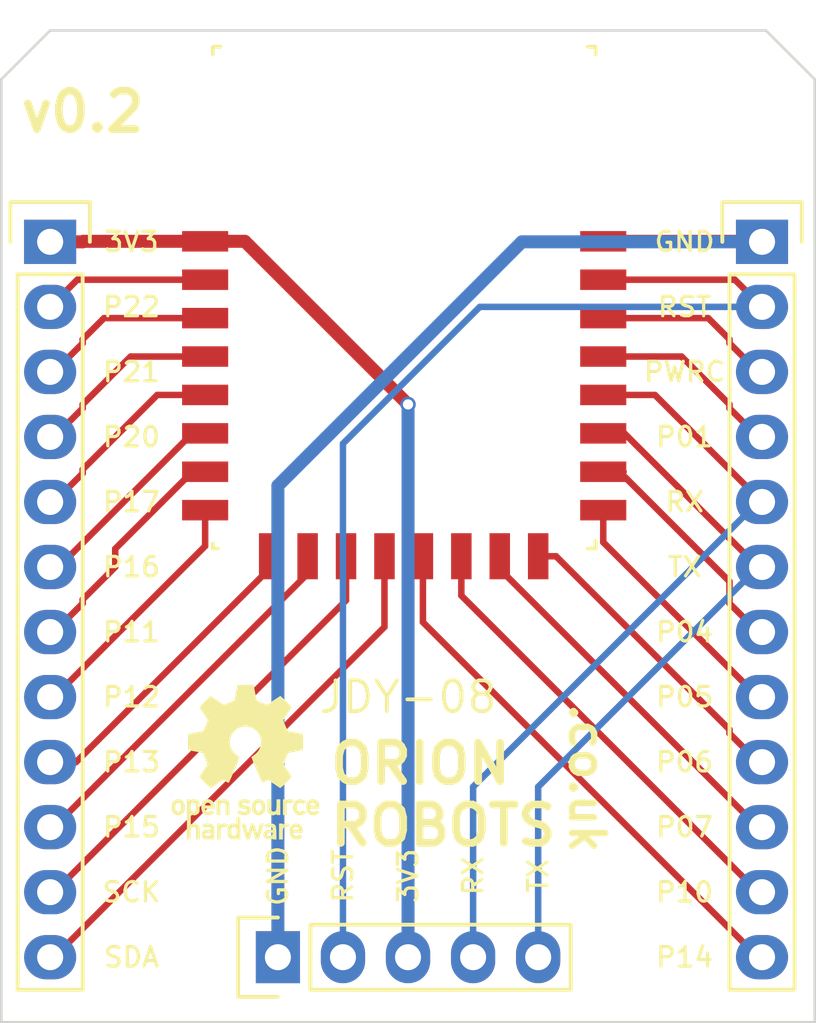
<source format=kicad_pcb>
(kicad_pcb (version 4) (host pcbnew 4.0.5)

  (general
    (links 29)
    (no_connects 0)
    (area 136.131 92.351 198.22162 138.289)
    (thickness 1.6)
    (drawings 38)
    (tracks 125)
    (zones 0)
    (modules 5)
    (nets 25)
  )

  (page A4)
  (title_block
    (title "JDY-08 Breakout")
    (date 2017-01-12)
    (rev v0.2)
    (company Orionrobots.co.uk)
  )

  (layers
    (0 F.Cu signal)
    (31 B.Cu signal)
    (32 B.Adhes user)
    (33 F.Adhes user)
    (34 B.Paste user)
    (35 F.Paste user)
    (36 B.SilkS user)
    (37 F.SilkS user)
    (38 B.Mask user)
    (39 F.Mask user)
    (40 Dwgs.User user)
    (41 Cmts.User user)
    (42 Eco1.User user)
    (43 Eco2.User user)
    (44 Edge.Cuts user)
    (45 Margin user)
    (46 B.CrtYd user)
    (47 F.CrtYd user)
    (48 B.Fab user)
    (49 F.Fab user)
  )

  (setup
    (last_trace_width 0.254)
    (user_trace_width 0.254)
    (user_trace_width 0.508)
    (trace_clearance 0.2)
    (zone_clearance 0.508)
    (zone_45_only no)
    (trace_min 0.2)
    (segment_width 0.2)
    (edge_width 0.1)
    (via_size 0.6)
    (via_drill 0.4)
    (via_min_size 0.5)
    (via_min_drill 0.3)
    (uvia_size 0.3)
    (uvia_drill 0.1)
    (uvias_allowed no)
    (uvia_min_size 0.2)
    (uvia_min_drill 0.1)
    (pcb_text_width 0.3)
    (pcb_text_size 1.5 1.5)
    (mod_edge_width 0.15)
    (mod_text_size 1 1)
    (mod_text_width 0.15)
    (pad_size 1.5 1.5)
    (pad_drill 0.6)
    (pad_to_mask_clearance 0)
    (aux_axis_origin 0 0)
    (visible_elements 7FFFFFFF)
    (pcbplotparams
      (layerselection 0x010f0_80000001)
      (usegerberextensions true)
      (excludeedgelayer true)
      (linewidth 0.100000)
      (plotframeref false)
      (viasonmask false)
      (mode 1)
      (useauxorigin false)
      (hpglpennumber 1)
      (hpglpenspeed 20)
      (hpglpendiameter 15)
      (hpglpenoverlay 2)
      (psnegative false)
      (psa4output false)
      (plotreference false)
      (plotvalue false)
      (plotinvisibletext false)
      (padsonsilk false)
      (subtractmaskfromsilk false)
      (outputformat 1)
      (mirror false)
      (drillshape 0)
      (scaleselection 1)
      (outputdirectory gerber/))
  )

  (net 0 "")
  (net 1 GND)
  (net 2 /RST)
  (net 3 +3V3)
  (net 4 /RX)
  (net 5 /TX)
  (net 6 /P22)
  (net 7 /P21)
  (net 8 /P20)
  (net 9 /P17)
  (net 10 /P16)
  (net 11 /P11)
  (net 12 /P12)
  (net 13 /P13)
  (net 14 /P15)
  (net 15 /SCK)
  (net 16 /SDA)
  (net 17 /P00)
  (net 18 /P01)
  (net 19 /P04)
  (net 20 /P05)
  (net 21 /P06)
  (net 22 /P07)
  (net 23 /P10)
  (net 24 /P14)

  (net_class Default "This is the default net class."
    (clearance 0.2)
    (trace_width 0.254)
    (via_dia 0.6)
    (via_drill 0.4)
    (uvia_dia 0.3)
    (uvia_drill 0.1)
    (add_net /P00)
    (add_net /P01)
    (add_net /P04)
    (add_net /P05)
    (add_net /P06)
    (add_net /P07)
    (add_net /P10)
    (add_net /P11)
    (add_net /P12)
    (add_net /P13)
    (add_net /P14)
    (add_net /P15)
    (add_net /P16)
    (add_net /P17)
    (add_net /P20)
    (add_net /P21)
    (add_net /P22)
    (add_net /RST)
    (add_net /RX)
    (add_net /SCK)
    (add_net /SDA)
    (add_net /TX)
  )

  (net_class PWR ""
    (clearance 0.254)
    (trace_width 0.508)
    (via_dia 0.6)
    (via_drill 0.4)
    (uvia_dia 0.3)
    (uvia_drill 0.1)
    (add_net +3V3)
    (add_net GND)
  )

  (module Socket_Strips:Socket_Strip_Straight_1x12 (layer F.Cu) (tedit 5877C93A) (tstamp 5877858D)
    (at 142.24 104.14 270)
    (descr "Through hole socket strip")
    (tags "socket strip")
    (path /58740701)
    (fp_text reference P2 (at 10.16 5.08 270) (layer F.SilkS) hide
      (effects (font (size 1 1) (thickness 0.15)))
    )
    (fp_text value CONN_01X12 (at 2.54 5.08 270) (layer F.Fab) hide
      (effects (font (size 1 1) (thickness 0.15)))
    )
    (fp_line (start -1.75 -1.75) (end -1.75 1.75) (layer F.CrtYd) (width 0.05))
    (fp_line (start 29.7 -1.75) (end 29.7 1.75) (layer F.CrtYd) (width 0.05))
    (fp_line (start -1.75 -1.75) (end 29.7 -1.75) (layer F.CrtYd) (width 0.05))
    (fp_line (start -1.75 1.75) (end 29.7 1.75) (layer F.CrtYd) (width 0.05))
    (fp_line (start 1.27 1.27) (end 29.21 1.27) (layer F.SilkS) (width 0.15))
    (fp_line (start 29.21 1.27) (end 29.21 -1.27) (layer F.SilkS) (width 0.15))
    (fp_line (start 29.21 -1.27) (end 1.27 -1.27) (layer F.SilkS) (width 0.15))
    (fp_line (start -1.55 1.55) (end 0 1.55) (layer F.SilkS) (width 0.15))
    (fp_line (start 1.27 1.27) (end 1.27 -1.27) (layer F.SilkS) (width 0.15))
    (fp_line (start 0 -1.55) (end -1.55 -1.55) (layer F.SilkS) (width 0.15))
    (fp_line (start -1.55 -1.55) (end -1.55 1.55) (layer F.SilkS) (width 0.15))
    (pad 1 thru_hole rect (at 0 0 270) (size 1.7272 2.032) (drill 1.016) (layers *.Cu *.Mask)
      (net 3 +3V3))
    (pad 2 thru_hole oval (at 2.54 0 270) (size 1.7272 2.032) (drill 1.016) (layers *.Cu *.Mask)
      (net 6 /P22))
    (pad 3 thru_hole oval (at 5.08 0 270) (size 1.7272 2.032) (drill 1.016) (layers *.Cu *.Mask)
      (net 7 /P21))
    (pad 4 thru_hole oval (at 7.62 0 270) (size 1.7272 2.032) (drill 1.016) (layers *.Cu *.Mask)
      (net 8 /P20))
    (pad 5 thru_hole oval (at 10.16 0 270) (size 1.7272 2.032) (drill 1.016) (layers *.Cu *.Mask)
      (net 9 /P17))
    (pad 6 thru_hole oval (at 12.7 0 270) (size 1.7272 2.032) (drill 1.016) (layers *.Cu *.Mask)
      (net 10 /P16))
    (pad 7 thru_hole oval (at 15.24 0 270) (size 1.7272 2.032) (drill 1.016) (layers *.Cu *.Mask)
      (net 11 /P11))
    (pad 8 thru_hole oval (at 17.78 0 270) (size 1.7272 2.032) (drill 1.016) (layers *.Cu *.Mask)
      (net 12 /P12))
    (pad 9 thru_hole oval (at 20.32 0 270) (size 1.7272 2.032) (drill 1.016) (layers *.Cu *.Mask)
      (net 13 /P13))
    (pad 10 thru_hole oval (at 22.86 0 270) (size 1.7272 2.032) (drill 1.016) (layers *.Cu *.Mask)
      (net 14 /P15))
    (pad 11 thru_hole oval (at 25.4 0 270) (size 1.7272 2.032) (drill 1.016) (layers *.Cu *.Mask)
      (net 15 /SCK))
    (pad 12 thru_hole oval (at 27.94 0 270) (size 1.7272 2.032) (drill 1.016) (layers *.Cu *.Mask)
      (net 16 /SDA))
    (model Socket_Strips.3dshapes/Socket_Strip_Straight_1x12.wrl
      (at (xyz 0.55 0 0))
      (scale (xyz 1 1 1))
      (rotate (xyz 0 0 180))
    )
  )

  (module custom_modules:JDY-08 (layer F.Cu) (tedit 5877D8ED) (tstamp 587785C7)
    (at 148.59 96.52)
    (path /58740677)
    (fp_text reference U1 (at 1 -3) (layer F.SilkS) hide
      (effects (font (size 1.2 1.2) (thickness 0.15)))
    )
    (fp_text value JDY-08 (at 7.62 25.4) (layer F.SilkS)
      (effects (font (size 1.2 1.2) (thickness 0.15)))
    )
    (fp_line (start 16.75 15.8) (end 16.75 23.35) (layer F.CrtYd) (width 0.15))
    (fp_line (start -1.75 15.75) (end -1.75 23.35) (layer F.CrtYd) (width 0.15))
    (fp_line (start 14.94 19.3) (end 14.94 19.6) (layer F.SilkS) (width 0.15))
    (fp_line (start 14.94 19.6) (end 14.64 19.6) (layer F.SilkS) (width 0.15))
    (fp_line (start 14.94 0) (end 14.64 0) (layer F.SilkS) (width 0.15))
    (fp_line (start 14.94 0) (end 14.94 0.3) (layer F.SilkS) (width 0.15))
    (fp_line (start 0 19.6) (end 0 19.4) (layer F.SilkS) (width 0.15))
    (fp_line (start 0 19.6) (end 0.2 19.6) (layer F.SilkS) (width 0.15))
    (fp_line (start 0.3 0) (end 0 0) (layer F.SilkS) (width 0.15))
    (fp_line (start 0 0) (end 0 0.3) (layer F.SilkS) (width 0.15))
    (fp_line (start -1.75 -1.75) (end 16.75 -1.75) (layer F.CrtYd) (width 0.15))
    (fp_line (start 16.75 -1.75) (end 16.75 15.75) (layer F.CrtYd) (width 0.15))
    (fp_line (start 16.75 23.37) (end -1.75 23.37) (layer F.CrtYd) (width 0.15))
    (fp_line (start -1.75 15.75) (end -1.75 -1.75) (layer F.CrtYd) (width 0.15))
    (pad 1 smd rect (at -0.3 7.6 90) (size 0.8 1.8) (layers F.Cu F.Paste F.Mask)
      (net 3 +3V3))
    (pad 2 smd rect (at -0.3 9.1 90) (size 0.8 1.8) (layers F.Cu F.Paste F.Mask)
      (net 6 /P22))
    (pad 3 smd rect (at -0.3 10.6 90) (size 0.8 1.8) (layers F.Cu F.Paste F.Mask)
      (net 7 /P21))
    (pad 4 smd rect (at -0.3 12.1 90) (size 0.8 1.8) (layers F.Cu F.Paste F.Mask)
      (net 8 /P20))
    (pad 5 smd rect (at -0.3 13.6 90) (size 0.8 1.8) (layers F.Cu F.Paste F.Mask)
      (net 9 /P17))
    (pad 6 smd rect (at -0.3 15.1 90) (size 0.8 1.8) (layers F.Cu F.Paste F.Mask)
      (net 10 /P16))
    (pad 7 smd rect (at -0.3 16.6 90) (size 0.8 1.8) (layers F.Cu F.Paste F.Mask)
      (net 11 /P11))
    (pad 8 smd rect (at -0.3 18.1 90) (size 0.8 1.8) (layers F.Cu F.Paste F.Mask)
      (net 12 /P12))
    (pad 9 smd rect (at 2.2 19.9) (size 0.8 1.8) (layers F.Cu F.Paste F.Mask)
      (net 13 /P13))
    (pad 10 smd rect (at 3.7 19.9) (size 0.8 1.8) (layers F.Cu F.Paste F.Mask)
      (net 14 /P15))
    (pad 11 smd rect (at 5.2 19.9) (size 0.8 1.8) (layers F.Cu F.Paste F.Mask)
      (net 15 /SCK))
    (pad 12 smd rect (at 6.7 19.9) (size 0.8 1.8) (layers F.Cu F.Paste F.Mask)
      (net 16 /SDA))
    (pad 13 smd rect (at 8.2 19.9) (size 0.8 1.8) (layers F.Cu F.Paste F.Mask)
      (net 24 /P14))
    (pad 14 smd rect (at 9.7 19.9) (size 0.8 1.8) (layers F.Cu F.Paste F.Mask)
      (net 23 /P10))
    (pad 15 smd rect (at 11.2 19.9) (size 0.8 1.8) (layers F.Cu F.Paste F.Mask)
      (net 22 /P07))
    (pad 16 smd rect (at 12.7 19.9) (size 0.8 1.8) (layers F.Cu F.Paste F.Mask)
      (net 21 /P06))
    (pad 17 smd rect (at 15.24 18.1 90) (size 0.8 1.8) (layers F.Cu F.Paste F.Mask)
      (net 20 /P05))
    (pad 18 smd rect (at 15.24 16.6 90) (size 0.8 1.8) (layers F.Cu F.Paste F.Mask)
      (net 19 /P04))
    (pad 19 smd rect (at 15.24 15.1 90) (size 0.8 1.8) (layers F.Cu F.Paste F.Mask)
      (net 5 /TX))
    (pad 20 smd rect (at 15.24 13.6 90) (size 0.8 1.8) (layers F.Cu F.Paste F.Mask)
      (net 4 /RX))
    (pad 21 smd rect (at 15.24 12.1 90) (size 0.8 1.8) (layers F.Cu F.Paste F.Mask)
      (net 18 /P01))
    (pad 22 smd rect (at 15.24 10.6 90) (size 0.8 1.8) (layers F.Cu F.Paste F.Mask)
      (net 17 /P00))
    (pad 23 smd rect (at 15.24 9.1 90) (size 0.8 1.8) (layers F.Cu F.Paste F.Mask)
      (net 2 /RST))
    (pad 24 smd rect (at 15.24 7.6 90) (size 0.8 1.8) (layers F.Cu F.Paste F.Mask)
      (net 1 GND))
  )

  (module Socket_Strips:Socket_Strip_Straight_1x05 (layer F.Cu) (tedit 5877C943) (tstamp 5877857D)
    (at 151.13 132.08)
    (descr "Through hole socket strip")
    (tags "socket strip")
    (path /587406CA)
    (fp_text reference P1 (at 1.27 5.08) (layer F.SilkS) hide
      (effects (font (size 1 1) (thickness 0.15)))
    )
    (fp_text value CONN_01X05 (at 8.89 5.08) (layer F.Fab) hide
      (effects (font (size 1 1) (thickness 0.15)))
    )
    (fp_line (start -1.75 -1.75) (end -1.75 1.75) (layer F.CrtYd) (width 0.05))
    (fp_line (start 11.95 -1.75) (end 11.95 1.75) (layer F.CrtYd) (width 0.05))
    (fp_line (start -1.75 -1.75) (end 11.95 -1.75) (layer F.CrtYd) (width 0.05))
    (fp_line (start -1.75 1.75) (end 11.95 1.75) (layer F.CrtYd) (width 0.05))
    (fp_line (start 1.27 1.27) (end 11.43 1.27) (layer F.SilkS) (width 0.15))
    (fp_line (start 11.43 1.27) (end 11.43 -1.27) (layer F.SilkS) (width 0.15))
    (fp_line (start 11.43 -1.27) (end 1.27 -1.27) (layer F.SilkS) (width 0.15))
    (fp_line (start -1.55 1.55) (end 0 1.55) (layer F.SilkS) (width 0.15))
    (fp_line (start 1.27 1.27) (end 1.27 -1.27) (layer F.SilkS) (width 0.15))
    (fp_line (start 0 -1.55) (end -1.55 -1.55) (layer F.SilkS) (width 0.15))
    (fp_line (start -1.55 -1.55) (end -1.55 1.55) (layer F.SilkS) (width 0.15))
    (pad 1 thru_hole rect (at 0 0) (size 1.7272 2.032) (drill 1.016) (layers *.Cu *.Mask)
      (net 1 GND))
    (pad 2 thru_hole oval (at 2.54 0) (size 1.7272 2.032) (drill 1.016) (layers *.Cu *.Mask)
      (net 2 /RST))
    (pad 3 thru_hole oval (at 5.08 0) (size 1.7272 2.032) (drill 1.016) (layers *.Cu *.Mask)
      (net 3 +3V3))
    (pad 4 thru_hole oval (at 7.62 0) (size 1.7272 2.032) (drill 1.016) (layers *.Cu *.Mask)
      (net 4 /RX))
    (pad 5 thru_hole oval (at 10.16 0) (size 1.7272 2.032) (drill 1.016) (layers *.Cu *.Mask)
      (net 5 /TX))
    (model Socket_Strips.3dshapes/Socket_Strip_Straight_1x05.wrl
      (at (xyz 0.2 0 0))
      (scale (xyz 1 1 1))
      (rotate (xyz 0 0 180))
    )
  )

  (module Socket_Strips:Socket_Strip_Straight_1x12 (layer F.Cu) (tedit 5877C94F) (tstamp 5877859D)
    (at 170.0276 104.14 270)
    (descr "Through hole socket strip")
    (tags "socket strip")
    (path /58740747)
    (fp_text reference P3 (at 10.16 -5.08 270) (layer F.SilkS) hide
      (effects (font (size 1 1) (thickness 0.15)))
    )
    (fp_text value CONN_01X12 (at 2.54 -5.08 270) (layer F.Fab) hide
      (effects (font (size 1 1) (thickness 0.15)))
    )
    (fp_line (start -1.75 -1.75) (end -1.75 1.75) (layer F.CrtYd) (width 0.05))
    (fp_line (start 29.7 -1.75) (end 29.7 1.75) (layer F.CrtYd) (width 0.05))
    (fp_line (start -1.75 -1.75) (end 29.7 -1.75) (layer F.CrtYd) (width 0.05))
    (fp_line (start -1.75 1.75) (end 29.7 1.75) (layer F.CrtYd) (width 0.05))
    (fp_line (start 1.27 1.27) (end 29.21 1.27) (layer F.SilkS) (width 0.15))
    (fp_line (start 29.21 1.27) (end 29.21 -1.27) (layer F.SilkS) (width 0.15))
    (fp_line (start 29.21 -1.27) (end 1.27 -1.27) (layer F.SilkS) (width 0.15))
    (fp_line (start -1.55 1.55) (end 0 1.55) (layer F.SilkS) (width 0.15))
    (fp_line (start 1.27 1.27) (end 1.27 -1.27) (layer F.SilkS) (width 0.15))
    (fp_line (start 0 -1.55) (end -1.55 -1.55) (layer F.SilkS) (width 0.15))
    (fp_line (start -1.55 -1.55) (end -1.55 1.55) (layer F.SilkS) (width 0.15))
    (pad 1 thru_hole rect (at 0 0 270) (size 1.7272 2.032) (drill 1.016) (layers *.Cu *.Mask)
      (net 1 GND))
    (pad 2 thru_hole oval (at 2.54 0 270) (size 1.7272 2.032) (drill 1.016) (layers *.Cu *.Mask)
      (net 2 /RST))
    (pad 3 thru_hole oval (at 5.08 0 270) (size 1.7272 2.032) (drill 1.016) (layers *.Cu *.Mask)
      (net 17 /P00))
    (pad 4 thru_hole oval (at 7.62 0 270) (size 1.7272 2.032) (drill 1.016) (layers *.Cu *.Mask)
      (net 18 /P01))
    (pad 5 thru_hole oval (at 10.16 0 270) (size 1.7272 2.032) (drill 1.016) (layers *.Cu *.Mask)
      (net 4 /RX))
    (pad 6 thru_hole oval (at 12.7 0 270) (size 1.7272 2.032) (drill 1.016) (layers *.Cu *.Mask)
      (net 5 /TX))
    (pad 7 thru_hole oval (at 15.24 0 270) (size 1.7272 2.032) (drill 1.016) (layers *.Cu *.Mask)
      (net 19 /P04))
    (pad 8 thru_hole oval (at 17.78 0 270) (size 1.7272 2.032) (drill 1.016) (layers *.Cu *.Mask)
      (net 20 /P05))
    (pad 9 thru_hole oval (at 20.32 0 270) (size 1.7272 2.032) (drill 1.016) (layers *.Cu *.Mask)
      (net 21 /P06))
    (pad 10 thru_hole oval (at 22.86 0 270) (size 1.7272 2.032) (drill 1.016) (layers *.Cu *.Mask)
      (net 22 /P07))
    (pad 11 thru_hole oval (at 25.4 0 270) (size 1.7272 2.032) (drill 1.016) (layers *.Cu *.Mask)
      (net 23 /P10))
    (pad 12 thru_hole oval (at 27.94 0 270) (size 1.7272 2.032) (drill 1.016) (layers *.Cu *.Mask)
      (net 24 /P14))
    (model Socket_Strips.3dshapes/Socket_Strip_Straight_1x12.wrl
      (at (xyz 0.55 0 0))
      (scale (xyz 1 1 1))
      (rotate (xyz 0 0 180))
    )
  )

  (module Symbols:OSHW-Logo_5.7x6mm_SilkScreen (layer F.Cu) (tedit 5877FDB3) (tstamp 5877FD9B)
    (at 149.86 124.46)
    (descr "Open Source Hardware Logo")
    (tags "Logo OSHW")
    (attr virtual)
    (fp_text reference REF*** (at 25.4 -0.635) (layer F.SilkS) hide
      (effects (font (size 1 1) (thickness 0.15)))
    )
    (fp_text value OSHW-Logo_5.7x6mm_SilkScreen (at 35.56 -3.175) (layer F.Fab) hide
      (effects (font (size 1 1) (thickness 0.15)))
    )
    (fp_poly (pts (xy -1.908759 1.469184) (xy -1.882247 1.482282) (xy -1.849553 1.505106) (xy -1.825725 1.529996)
      (xy -1.809406 1.561249) (xy -1.79924 1.603166) (xy -1.793872 1.660044) (xy -1.791944 1.736184)
      (xy -1.791831 1.768917) (xy -1.792161 1.840656) (xy -1.793527 1.891927) (xy -1.7965 1.927404)
      (xy -1.801649 1.951763) (xy -1.809543 1.96968) (xy -1.817757 1.981902) (xy -1.870187 2.033905)
      (xy -1.93193 2.065184) (xy -1.998536 2.074592) (xy -2.065558 2.06098) (xy -2.086792 2.051354)
      (xy -2.137624 2.024859) (xy -2.137624 2.440052) (xy -2.100525 2.420868) (xy -2.051643 2.406025)
      (xy -1.991561 2.402222) (xy -1.931564 2.409243) (xy -1.886256 2.425013) (xy -1.848675 2.455047)
      (xy -1.816564 2.498024) (xy -1.81415 2.502436) (xy -1.803967 2.523221) (xy -1.79653 2.54417)
      (xy -1.791411 2.569548) (xy -1.788181 2.603618) (xy -1.786413 2.650641) (xy -1.785677 2.714882)
      (xy -1.785544 2.787176) (xy -1.785544 3.017822) (xy -1.923861 3.017822) (xy -1.923861 2.592533)
      (xy -1.962549 2.559979) (xy -2.002738 2.53394) (xy -2.040797 2.529205) (xy -2.079066 2.541389)
      (xy -2.099462 2.55332) (xy -2.114642 2.570313) (xy -2.125438 2.595995) (xy -2.132683 2.633991)
      (xy -2.137208 2.687926) (xy -2.139844 2.761425) (xy -2.140772 2.810347) (xy -2.143911 3.011535)
      (xy -2.209926 3.015336) (xy -2.27594 3.019136) (xy -2.27594 1.77065) (xy -2.137624 1.77065)
      (xy -2.134097 1.840254) (xy -2.122215 1.888569) (xy -2.10002 1.918631) (xy -2.065559 1.933471)
      (xy -2.030742 1.936436) (xy -1.991329 1.933028) (xy -1.965171 1.919617) (xy -1.948814 1.901896)
      (xy -1.935937 1.882835) (xy -1.928272 1.861601) (xy -1.924861 1.831849) (xy -1.924749 1.787236)
      (xy -1.925897 1.74988) (xy -1.928532 1.693604) (xy -1.932456 1.656658) (xy -1.939063 1.633223)
      (xy -1.949749 1.61748) (xy -1.959833 1.60838) (xy -2.00197 1.588537) (xy -2.05184 1.585332)
      (xy -2.080476 1.592168) (xy -2.108828 1.616464) (xy -2.127609 1.663728) (xy -2.136712 1.733624)
      (xy -2.137624 1.77065) (xy -2.27594 1.77065) (xy -2.27594 1.458614) (xy -2.206782 1.458614)
      (xy -2.16526 1.460256) (xy -2.143838 1.466087) (xy -2.137626 1.477461) (xy -2.137624 1.477798)
      (xy -2.134742 1.488938) (xy -2.12203 1.487673) (xy -2.096757 1.475433) (xy -2.037869 1.456707)
      (xy -1.971615 1.454739) (xy -1.908759 1.469184)) (layer F.SilkS) (width 0.01))
    (fp_poly (pts (xy -1.38421 2.406555) (xy -1.325055 2.422339) (xy -1.280023 2.450948) (xy -1.248246 2.488419)
      (xy -1.238366 2.504411) (xy -1.231073 2.521163) (xy -1.225974 2.542592) (xy -1.222679 2.572616)
      (xy -1.220797 2.615154) (xy -1.219937 2.674122) (xy -1.219707 2.75344) (xy -1.219703 2.774484)
      (xy -1.219703 3.017822) (xy -1.280059 3.017822) (xy -1.318557 3.015126) (xy -1.347023 3.008295)
      (xy -1.354155 3.004083) (xy -1.373652 2.996813) (xy -1.393566 3.004083) (xy -1.426353 3.01316)
      (xy -1.473978 3.016813) (xy -1.526764 3.015228) (xy -1.575036 3.008589) (xy -1.603218 3.000072)
      (xy -1.657753 2.965063) (xy -1.691835 2.916479) (xy -1.707157 2.851882) (xy -1.707299 2.850223)
      (xy -1.705955 2.821566) (xy -1.584356 2.821566) (xy -1.573726 2.854161) (xy -1.55641 2.872505)
      (xy -1.521652 2.886379) (xy -1.475773 2.891917) (xy -1.428988 2.889191) (xy -1.391514 2.878274)
      (xy -1.381015 2.871269) (xy -1.362668 2.838904) (xy -1.35802 2.802111) (xy -1.35802 2.753763)
      (xy -1.427582 2.753763) (xy -1.493667 2.75885) (xy -1.543764 2.773263) (xy -1.574929 2.795729)
      (xy -1.584356 2.821566) (xy -1.705955 2.821566) (xy -1.703987 2.779647) (xy -1.68071 2.723845)
      (xy -1.636948 2.681647) (xy -1.630899 2.677808) (xy -1.604907 2.665309) (xy -1.572735 2.65774)
      (xy -1.52776 2.654061) (xy -1.474331 2.653216) (xy -1.35802 2.653169) (xy -1.35802 2.604411)
      (xy -1.362953 2.566581) (xy -1.375543 2.541236) (xy -1.377017 2.539887) (xy -1.405034 2.5288)
      (xy -1.447326 2.524503) (xy -1.494064 2.526615) (xy -1.535418 2.534756) (xy -1.559957 2.546965)
      (xy -1.573253 2.556746) (xy -1.587294 2.558613) (xy -1.606671 2.5506) (xy -1.635976 2.530739)
      (xy -1.679803 2.497063) (xy -1.683825 2.493909) (xy -1.681764 2.482236) (xy -1.664568 2.462822)
      (xy -1.638433 2.441248) (xy -1.609552 2.423096) (xy -1.600478 2.418809) (xy -1.56738 2.410256)
      (xy -1.51888 2.404155) (xy -1.464695 2.401708) (xy -1.462161 2.401703) (xy -1.38421 2.406555)) (layer F.SilkS) (width 0.01))
    (fp_poly (pts (xy -0.993356 2.40302) (xy -0.974539 2.40866) (xy -0.968473 2.421053) (xy -0.968218 2.426647)
      (xy -0.967129 2.44223) (xy -0.959632 2.444676) (xy -0.939381 2.433993) (xy -0.927351 2.426694)
      (xy -0.8894 2.411063) (xy -0.844072 2.403334) (xy -0.796544 2.40274) (xy -0.751995 2.408513)
      (xy -0.715602 2.419884) (xy -0.692543 2.436088) (xy -0.687996 2.456355) (xy -0.690291 2.461843)
      (xy -0.70702 2.484626) (xy -0.732963 2.512647) (xy -0.737655 2.517177) (xy -0.762383 2.538005)
      (xy -0.783718 2.544735) (xy -0.813555 2.540038) (xy -0.825508 2.536917) (xy -0.862705 2.529421)
      (xy -0.888859 2.532792) (xy -0.910946 2.544681) (xy -0.931178 2.560635) (xy -0.946079 2.5807)
      (xy -0.956434 2.608702) (xy -0.963029 2.648467) (xy -0.966649 2.703823) (xy -0.968078 2.778594)
      (xy -0.968218 2.82374) (xy -0.968218 3.017822) (xy -1.09396 3.017822) (xy -1.09396 2.401683)
      (xy -1.031089 2.401683) (xy -0.993356 2.40302)) (layer F.SilkS) (width 0.01))
    (fp_poly (pts (xy -0.201188 3.017822) (xy -0.270346 3.017822) (xy -0.310488 3.016645) (xy -0.331394 3.011772)
      (xy -0.338922 3.001186) (xy -0.339505 2.994029) (xy -0.340774 2.979676) (xy -0.348779 2.976923)
      (xy -0.369815 2.985771) (xy -0.386173 2.994029) (xy -0.448977 3.013597) (xy -0.517248 3.014729)
      (xy -0.572752 3.000135) (xy -0.624438 2.964877) (xy -0.663838 2.912835) (xy -0.685413 2.85145)
      (xy -0.685962 2.848018) (xy -0.689167 2.810571) (xy -0.690761 2.756813) (xy -0.690633 2.716155)
      (xy -0.553279 2.716155) (xy -0.550097 2.770194) (xy -0.542859 2.814735) (xy -0.53306 2.839888)
      (xy -0.495989 2.87426) (xy -0.451974 2.886582) (xy -0.406584 2.876618) (xy -0.367797 2.846895)
      (xy -0.353108 2.826905) (xy -0.344519 2.80305) (xy -0.340496 2.76823) (xy -0.339505 2.71593)
      (xy -0.341278 2.664139) (xy -0.345963 2.618634) (xy -0.352603 2.588181) (xy -0.35371 2.585452)
      (xy -0.380491 2.553) (xy -0.419579 2.535183) (xy -0.463315 2.532306) (xy -0.504038 2.544674)
      (xy -0.534087 2.572593) (xy -0.537204 2.578148) (xy -0.546961 2.612022) (xy -0.552277 2.660728)
      (xy -0.553279 2.716155) (xy -0.690633 2.716155) (xy -0.690568 2.69554) (xy -0.689664 2.662563)
      (xy -0.683514 2.580981) (xy -0.670733 2.51973) (xy -0.649471 2.474449) (xy -0.617878 2.440779)
      (xy -0.587207 2.421014) (xy -0.544354 2.40712) (xy -0.491056 2.402354) (xy -0.43648 2.406236)
      (xy -0.389792 2.418282) (xy -0.365124 2.432693) (xy -0.339505 2.455878) (xy -0.339505 2.162773)
      (xy -0.201188 2.162773) (xy -0.201188 3.017822)) (layer F.SilkS) (width 0.01))
    (fp_poly (pts (xy 0.281524 2.404237) (xy 0.331255 2.407971) (xy 0.461291 2.797773) (xy 0.481678 2.728614)
      (xy 0.493946 2.685874) (xy 0.510085 2.628115) (xy 0.527512 2.564625) (xy 0.536726 2.53057)
      (xy 0.571388 2.401683) (xy 0.714391 2.401683) (xy 0.671646 2.536857) (xy 0.650596 2.603342)
      (xy 0.625167 2.683539) (xy 0.59861 2.767193) (xy 0.574902 2.841782) (xy 0.520902 3.011535)
      (xy 0.462598 3.015328) (xy 0.404295 3.019122) (xy 0.372679 2.914734) (xy 0.353182 2.849889)
      (xy 0.331904 2.7784) (xy 0.313308 2.715263) (xy 0.312574 2.71275) (xy 0.298684 2.669969)
      (xy 0.286429 2.640779) (xy 0.277846 2.629741) (xy 0.276082 2.631018) (xy 0.269891 2.64813)
      (xy 0.258128 2.684787) (xy 0.242225 2.736378) (xy 0.223614 2.798294) (xy 0.213543 2.832352)
      (xy 0.159007 3.017822) (xy 0.043264 3.017822) (xy -0.049263 2.725471) (xy -0.075256 2.643462)
      (xy -0.098934 2.568987) (xy -0.11918 2.505544) (xy -0.134874 2.456632) (xy -0.144898 2.425749)
      (xy -0.147945 2.416726) (xy -0.145533 2.407487) (xy -0.126592 2.403441) (xy -0.087177 2.403846)
      (xy -0.081007 2.404152) (xy -0.007914 2.407971) (xy 0.039957 2.58401) (xy 0.057553 2.648211)
      (xy 0.073277 2.704649) (xy 0.085746 2.748422) (xy 0.093574 2.77463) (xy 0.09502 2.778903)
      (xy 0.101014 2.77399) (xy 0.113101 2.748532) (xy 0.129893 2.705997) (xy 0.150003 2.64985)
      (xy 0.167003 2.59913) (xy 0.231794 2.400504) (xy 0.281524 2.404237)) (layer F.SilkS) (width 0.01))
    (fp_poly (pts (xy 1.038411 2.405417) (xy 1.091411 2.41829) (xy 1.106731 2.42511) (xy 1.136428 2.442974)
      (xy 1.15922 2.463093) (xy 1.176083 2.488962) (xy 1.187998 2.524073) (xy 1.195942 2.57192)
      (xy 1.200894 2.635996) (xy 1.203831 2.719794) (xy 1.204947 2.775768) (xy 1.209052 3.017822)
      (xy 1.138932 3.017822) (xy 1.096393 3.016038) (xy 1.074476 3.009942) (xy 1.068812 2.999706)
      (xy 1.065821 2.988637) (xy 1.052451 2.990754) (xy 1.034233 2.999629) (xy 0.988624 3.013233)
      (xy 0.930007 3.016899) (xy 0.868354 3.010903) (xy 0.813638 2.995521) (xy 0.80873 2.993386)
      (xy 0.758723 2.958255) (xy 0.725756 2.909419) (xy 0.710587 2.852333) (xy 0.711746 2.831824)
      (xy 0.835508 2.831824) (xy 0.846413 2.859425) (xy 0.878745 2.879204) (xy 0.93091 2.889819)
      (xy 0.958787 2.891228) (xy 1.005247 2.88762) (xy 1.036129 2.873597) (xy 1.043664 2.866931)
      (xy 1.064076 2.830666) (xy 1.068812 2.797773) (xy 1.068812 2.753763) (xy 1.007513 2.753763)
      (xy 0.936256 2.757395) (xy 0.886276 2.768818) (xy 0.854696 2.788824) (xy 0.847626 2.797743)
      (xy 0.835508 2.831824) (xy 0.711746 2.831824) (xy 0.713971 2.792456) (xy 0.736663 2.735244)
      (xy 0.767624 2.69658) (xy 0.786376 2.679864) (xy 0.804733 2.668878) (xy 0.828619 2.66218)
      (xy 0.863957 2.658326) (xy 0.916669 2.655873) (xy 0.937577 2.655168) (xy 1.068812 2.650879)
      (xy 1.06862 2.611158) (xy 1.063537 2.569405) (xy 1.045162 2.544158) (xy 1.008039 2.52803)
      (xy 1.007043 2.527742) (xy 0.95441 2.5214) (xy 0.902906 2.529684) (xy 0.86463 2.549827)
      (xy 0.849272 2.559773) (xy 0.83273 2.558397) (xy 0.807275 2.543987) (xy 0.792328 2.533817)
      (xy 0.763091 2.512088) (xy 0.74498 2.4958) (xy 0.742074 2.491137) (xy 0.75404 2.467005)
      (xy 0.789396 2.438185) (xy 0.804753 2.428461) (xy 0.848901 2.411714) (xy 0.908398 2.402227)
      (xy 0.974487 2.400095) (xy 1.038411 2.405417)) (layer F.SilkS) (width 0.01))
    (fp_poly (pts (xy 1.635255 2.401486) (xy 1.683595 2.411015) (xy 1.711114 2.425125) (xy 1.740064 2.448568)
      (xy 1.698876 2.500571) (xy 1.673482 2.532064) (xy 1.656238 2.547428) (xy 1.639102 2.549776)
      (xy 1.614027 2.542217) (xy 1.602257 2.537941) (xy 1.55427 2.531631) (xy 1.510324 2.545156)
      (xy 1.47806 2.57571) (xy 1.472819 2.585452) (xy 1.467112 2.611258) (xy 1.462706 2.658817)
      (xy 1.459811 2.724758) (xy 1.458631 2.80571) (xy 1.458614 2.817226) (xy 1.458614 3.017822)
      (xy 1.320297 3.017822) (xy 1.320297 2.401683) (xy 1.389456 2.401683) (xy 1.429333 2.402725)
      (xy 1.450107 2.407358) (xy 1.457789 2.417849) (xy 1.458614 2.427745) (xy 1.458614 2.453806)
      (xy 1.491745 2.427745) (xy 1.529735 2.409965) (xy 1.58077 2.401174) (xy 1.635255 2.401486)) (layer F.SilkS) (width 0.01))
    (fp_poly (pts (xy 2.032581 2.40497) (xy 2.092685 2.420597) (xy 2.143021 2.452848) (xy 2.167393 2.47694)
      (xy 2.207345 2.533895) (xy 2.230242 2.599965) (xy 2.238108 2.681182) (xy 2.238148 2.687748)
      (xy 2.238218 2.753763) (xy 1.858264 2.753763) (xy 1.866363 2.788342) (xy 1.880987 2.819659)
      (xy 1.906581 2.852291) (xy 1.911935 2.8575) (xy 1.957943 2.885694) (xy 2.01041 2.890475)
      (xy 2.070803 2.871926) (xy 2.08104 2.866931) (xy 2.112439 2.851745) (xy 2.13347 2.843094)
      (xy 2.137139 2.842293) (xy 2.149948 2.850063) (xy 2.174378 2.869072) (xy 2.186779 2.87946)
      (xy 2.212476 2.903321) (xy 2.220915 2.919077) (xy 2.215058 2.933571) (xy 2.211928 2.937534)
      (xy 2.190725 2.954879) (xy 2.155738 2.975959) (xy 2.131337 2.988265) (xy 2.062072 3.009946)
      (xy 1.985388 3.016971) (xy 1.912765 3.008647) (xy 1.892426 3.002686) (xy 1.829476 2.968952)
      (xy 1.782815 2.917045) (xy 1.752173 2.846459) (xy 1.737282 2.756692) (xy 1.735647 2.709753)
      (xy 1.740421 2.641413) (xy 1.86099 2.641413) (xy 1.872652 2.646465) (xy 1.903998 2.650429)
      (xy 1.949571 2.652768) (xy 1.980446 2.653169) (xy 2.035981 2.652783) (xy 2.071033 2.650975)
      (xy 2.090262 2.646773) (xy 2.09833 2.639203) (xy 2.099901 2.628218) (xy 2.089121 2.594381)
      (xy 2.06198 2.56094) (xy 2.026277 2.535272) (xy 1.99056 2.524772) (xy 1.942048 2.534086)
      (xy 1.900053 2.561013) (xy 1.870936 2.599827) (xy 1.86099 2.641413) (xy 1.740421 2.641413)
      (xy 1.742599 2.610236) (xy 1.764055 2.530949) (xy 1.80047 2.471263) (xy 1.852297 2.430549)
      (xy 1.91999 2.408179) (xy 1.956662 2.403871) (xy 2.032581 2.40497)) (layer F.SilkS) (width 0.01))
    (fp_poly (pts (xy -2.538261 1.465148) (xy -2.472479 1.494231) (xy -2.42254 1.542793) (xy -2.388374 1.610908)
      (xy -2.369907 1.698651) (xy -2.368583 1.712351) (xy -2.367546 1.808939) (xy -2.380993 1.893602)
      (xy -2.408108 1.962221) (xy -2.422627 1.984294) (xy -2.473201 2.031011) (xy -2.537609 2.061268)
      (xy -2.609666 2.073824) (xy -2.683185 2.067439) (xy -2.739072 2.047772) (xy -2.787132 2.014629)
      (xy -2.826412 1.971175) (xy -2.827092 1.970158) (xy -2.843044 1.943338) (xy -2.85341 1.916368)
      (xy -2.859688 1.882332) (xy -2.863373 1.83431) (xy -2.864997 1.794931) (xy -2.865672 1.759219)
      (xy -2.739955 1.759219) (xy -2.738726 1.79477) (xy -2.734266 1.842094) (xy -2.726397 1.872465)
      (xy -2.712207 1.894072) (xy -2.698917 1.906694) (xy -2.651802 1.933122) (xy -2.602505 1.936653)
      (xy -2.556593 1.917639) (xy -2.533638 1.896331) (xy -2.517096 1.874859) (xy -2.507421 1.854313)
      (xy -2.503174 1.827574) (xy -2.50292 1.787523) (xy -2.504228 1.750638) (xy -2.507043 1.697947)
      (xy -2.511505 1.663772) (xy -2.519548 1.64148) (xy -2.533103 1.624442) (xy -2.543845 1.614703)
      (xy -2.588777 1.589123) (xy -2.637249 1.587847) (xy -2.677894 1.602999) (xy -2.712567 1.634642)
      (xy -2.733224 1.68662) (xy -2.739955 1.759219) (xy -2.865672 1.759219) (xy -2.866479 1.716621)
      (xy -2.863948 1.658056) (xy -2.856362 1.614007) (xy -2.842681 1.579248) (xy -2.821865 1.548551)
      (xy -2.814147 1.539436) (xy -2.765889 1.494021) (xy -2.714128 1.467493) (xy -2.650828 1.456379)
      (xy -2.619961 1.455471) (xy -2.538261 1.465148)) (layer F.SilkS) (width 0.01))
    (fp_poly (pts (xy -1.356699 1.472614) (xy -1.344168 1.478514) (xy -1.300799 1.510283) (xy -1.25979 1.556646)
      (xy -1.229168 1.607696) (xy -1.220459 1.631166) (xy -1.212512 1.673091) (xy -1.207774 1.723757)
      (xy -1.207199 1.744679) (xy -1.207129 1.810693) (xy -1.587083 1.810693) (xy -1.578983 1.845273)
      (xy -1.559104 1.88617) (xy -1.524347 1.921514) (xy -1.482998 1.944282) (xy -1.456649 1.94901)
      (xy -1.420916 1.943273) (xy -1.378282 1.928882) (xy -1.363799 1.922262) (xy -1.31024 1.895513)
      (xy -1.264533 1.930376) (xy -1.238158 1.953955) (xy -1.224124 1.973417) (xy -1.223414 1.979129)
      (xy -1.235951 1.992973) (xy -1.263428 2.014012) (xy -1.288366 2.030425) (xy -1.355664 2.05993)
      (xy -1.43111 2.073284) (xy -1.505888 2.069812) (xy -1.565495 2.051663) (xy -1.626941 2.012784)
      (xy -1.670608 1.961595) (xy -1.697926 1.895367) (xy -1.710322 1.811371) (xy -1.711421 1.772936)
      (xy -1.707022 1.684861) (xy -1.706482 1.682299) (xy -1.580582 1.682299) (xy -1.577115 1.690558)
      (xy -1.562863 1.695113) (xy -1.53347 1.697065) (xy -1.484575 1.697517) (xy -1.465748 1.697525)
      (xy -1.408467 1.696843) (xy -1.372141 1.694364) (xy -1.352604 1.689443) (xy -1.34569 1.681434)
      (xy -1.345445 1.678862) (xy -1.353336 1.658423) (xy -1.373085 1.629789) (xy -1.381575 1.619763)
      (xy -1.413094 1.591408) (xy -1.445949 1.580259) (xy -1.463651 1.579327) (xy -1.511539 1.590981)
      (xy -1.551699 1.622285) (xy -1.577173 1.667752) (xy -1.577625 1.669233) (xy -1.580582 1.682299)
      (xy -1.706482 1.682299) (xy -1.692392 1.61551) (xy -1.666038 1.560025) (xy -1.633807 1.520639)
      (xy -1.574217 1.477931) (xy -1.504168 1.455109) (xy -1.429661 1.453046) (xy -1.356699 1.472614)) (layer F.SilkS) (width 0.01))
    (fp_poly (pts (xy 0.014017 1.456452) (xy 0.061634 1.465482) (xy 0.111034 1.48437) (xy 0.116312 1.486777)
      (xy 0.153774 1.506476) (xy 0.179717 1.524781) (xy 0.188103 1.536508) (xy 0.180117 1.555632)
      (xy 0.16072 1.58385) (xy 0.15211 1.594384) (xy 0.116628 1.635847) (xy 0.070885 1.608858)
      (xy 0.02735 1.590878) (xy -0.02295 1.581267) (xy -0.071188 1.58066) (xy -0.108533 1.589691)
      (xy -0.117495 1.595327) (xy -0.134563 1.621171) (xy -0.136637 1.650941) (xy -0.123866 1.674197)
      (xy -0.116312 1.678708) (xy -0.093675 1.684309) (xy -0.053885 1.690892) (xy -0.004834 1.697183)
      (xy 0.004215 1.69817) (xy 0.082996 1.711798) (xy 0.140136 1.734946) (xy 0.17803 1.769752)
      (xy 0.199079 1.818354) (xy 0.205635 1.877718) (xy 0.196577 1.945198) (xy 0.167164 1.998188)
      (xy 0.117278 2.036783) (xy 0.0468 2.061081) (xy -0.031435 2.070667) (xy -0.095234 2.070552)
      (xy -0.146984 2.061845) (xy -0.182327 2.049825) (xy -0.226983 2.02888) (xy -0.268253 2.004574)
      (xy -0.282921 1.993876) (xy -0.320643 1.963084) (xy -0.275148 1.917049) (xy -0.229653 1.871013)
      (xy -0.177928 1.905243) (xy -0.126048 1.930952) (xy -0.070649 1.944399) (xy -0.017395 1.945818)
      (xy 0.028049 1.935443) (xy 0.060016 1.913507) (xy 0.070338 1.894998) (xy 0.068789 1.865314)
      (xy 0.04314 1.842615) (xy -0.00654 1.82694) (xy -0.060969 1.819695) (xy -0.144736 1.805873)
      (xy -0.206967 1.779796) (xy -0.248493 1.740699) (xy -0.270147 1.68782) (xy -0.273147 1.625126)
      (xy -0.258329 1.559642) (xy -0.224546 1.510144) (xy -0.171495 1.476408) (xy -0.098874 1.458207)
      (xy -0.045072 1.454639) (xy 0.014017 1.456452)) (layer F.SilkS) (width 0.01))
    (fp_poly (pts (xy 0.610762 1.466055) (xy 0.674363 1.500692) (xy 0.724123 1.555372) (xy 0.747568 1.599842)
      (xy 0.757634 1.639121) (xy 0.764156 1.695116) (xy 0.766951 1.759621) (xy 0.765836 1.824429)
      (xy 0.760626 1.881334) (xy 0.754541 1.911727) (xy 0.734014 1.953306) (xy 0.698463 1.997468)
      (xy 0.655619 2.036087) (xy 0.613211 2.061034) (xy 0.612177 2.06143) (xy 0.559553 2.072331)
      (xy 0.497188 2.072601) (xy 0.437924 2.062676) (xy 0.41504 2.054722) (xy 0.356102 2.0213)
      (xy 0.31389 1.977511) (xy 0.286156 1.919538) (xy 0.270651 1.843565) (xy 0.267143 1.803771)
      (xy 0.26759 1.753766) (xy 0.402376 1.753766) (xy 0.406917 1.826732) (xy 0.419986 1.882334)
      (xy 0.440756 1.917861) (xy 0.455552 1.92802) (xy 0.493464 1.935104) (xy 0.538527 1.933007)
      (xy 0.577487 1.922812) (xy 0.587704 1.917204) (xy 0.614659 1.884538) (xy 0.632451 1.834545)
      (xy 0.640024 1.773705) (xy 0.636325 1.708497) (xy 0.628057 1.669253) (xy 0.60432 1.623805)
      (xy 0.566849 1.595396) (xy 0.52172 1.585573) (xy 0.475011 1.595887) (xy 0.439132 1.621112)
      (xy 0.420277 1.641925) (xy 0.409272 1.662439) (xy 0.404026 1.690203) (xy 0.402449 1.732762)
      (xy 0.402376 1.753766) (xy 0.26759 1.753766) (xy 0.268094 1.69758) (xy 0.285388 1.610501)
      (xy 0.319029 1.54253) (xy 0.369018 1.493664) (xy 0.435356 1.463899) (xy 0.449601 1.460448)
      (xy 0.53521 1.452345) (xy 0.610762 1.466055)) (layer F.SilkS) (width 0.01))
    (fp_poly (pts (xy 0.993367 1.654342) (xy 0.994555 1.746563) (xy 0.998897 1.81661) (xy 1.007558 1.867381)
      (xy 1.021704 1.901772) (xy 1.0425 1.922679) (xy 1.07111 1.933) (xy 1.106535 1.935636)
      (xy 1.143636 1.932682) (xy 1.171818 1.921889) (xy 1.192243 1.90036) (xy 1.206079 1.865199)
      (xy 1.214491 1.81351) (xy 1.218643 1.742394) (xy 1.219703 1.654342) (xy 1.219703 1.458614)
      (xy 1.35802 1.458614) (xy 1.35802 2.062179) (xy 1.288862 2.062179) (xy 1.24717 2.060489)
      (xy 1.225701 2.054556) (xy 1.219703 2.043293) (xy 1.216091 2.033261) (xy 1.201714 2.035383)
      (xy 1.172736 2.04958) (xy 1.106319 2.07148) (xy 1.035875 2.069928) (xy 0.968377 2.046147)
      (xy 0.936233 2.027362) (xy 0.911715 2.007022) (xy 0.893804 1.981573) (xy 0.881479 1.947458)
      (xy 0.873723 1.901121) (xy 0.869516 1.839007) (xy 0.86784 1.757561) (xy 0.867624 1.694578)
      (xy 0.867624 1.458614) (xy 0.993367 1.458614) (xy 0.993367 1.654342)) (layer F.SilkS) (width 0.01))
    (fp_poly (pts (xy 2.217226 1.46388) (xy 2.29008 1.49483) (xy 2.313027 1.509895) (xy 2.342354 1.533048)
      (xy 2.360764 1.551253) (xy 2.363961 1.557183) (xy 2.354935 1.57034) (xy 2.331837 1.592667)
      (xy 2.313344 1.60825) (xy 2.262728 1.648926) (xy 2.22276 1.615295) (xy 2.191874 1.593584)
      (xy 2.161759 1.58609) (xy 2.127292 1.58792) (xy 2.072561 1.601528) (xy 2.034886 1.629772)
      (xy 2.011991 1.675433) (xy 2.001597 1.741289) (xy 2.001595 1.741331) (xy 2.002494 1.814939)
      (xy 2.016463 1.868946) (xy 2.044328 1.905716) (xy 2.063325 1.918168) (xy 2.113776 1.933673)
      (xy 2.167663 1.933683) (xy 2.214546 1.918638) (xy 2.225644 1.911287) (xy 2.253476 1.892511)
      (xy 2.275236 1.889434) (xy 2.298704 1.903409) (xy 2.324649 1.92851) (xy 2.365716 1.97088)
      (xy 2.320121 2.008464) (xy 2.249674 2.050882) (xy 2.170233 2.071785) (xy 2.087215 2.070272)
      (xy 2.032694 2.056411) (xy 1.96897 2.022135) (xy 1.918005 1.968212) (xy 1.894851 1.930149)
      (xy 1.876099 1.875536) (xy 1.866715 1.806369) (xy 1.866643 1.731407) (xy 1.875824 1.659409)
      (xy 1.894199 1.599137) (xy 1.897093 1.592958) (xy 1.939952 1.532351) (xy 1.997979 1.488224)
      (xy 2.066591 1.461493) (xy 2.141201 1.453073) (xy 2.217226 1.46388)) (layer F.SilkS) (width 0.01))
    (fp_poly (pts (xy 2.677898 1.456457) (xy 2.710096 1.464279) (xy 2.771825 1.492921) (xy 2.82461 1.536667)
      (xy 2.861141 1.589117) (xy 2.86616 1.600893) (xy 2.873045 1.63174) (xy 2.877864 1.677371)
      (xy 2.879505 1.723492) (xy 2.879505 1.810693) (xy 2.697178 1.810693) (xy 2.621979 1.810978)
      (xy 2.569003 1.812704) (xy 2.535325 1.817181) (xy 2.51802 1.82572) (xy 2.514163 1.83963)
      (xy 2.520829 1.860222) (xy 2.53277 1.884315) (xy 2.56608 1.924525) (xy 2.612368 1.944558)
      (xy 2.668944 1.943905) (xy 2.733031 1.922101) (xy 2.788417 1.895193) (xy 2.834375 1.931532)
      (xy 2.880333 1.967872) (xy 2.837096 2.007819) (xy 2.779374 2.045563) (xy 2.708386 2.06832)
      (xy 2.632029 2.074688) (xy 2.558199 2.063268) (xy 2.546287 2.059393) (xy 2.481399 2.025506)
      (xy 2.43313 1.974986) (xy 2.400465 1.906325) (xy 2.382385 1.818014) (xy 2.382175 1.816121)
      (xy 2.380556 1.719878) (xy 2.3871 1.685542) (xy 2.514852 1.685542) (xy 2.526584 1.690822)
      (xy 2.558438 1.694867) (xy 2.605397 1.697176) (xy 2.635154 1.697525) (xy 2.690648 1.697306)
      (xy 2.725346 1.695916) (xy 2.743601 1.692251) (xy 2.749766 1.68521) (xy 2.748195 1.67369)
      (xy 2.746878 1.669233) (xy 2.724382 1.627355) (xy 2.689003 1.593604) (xy 2.65778 1.578773)
      (xy 2.616301 1.579668) (xy 2.574269 1.598164) (xy 2.539012 1.628786) (xy 2.517854 1.666062)
      (xy 2.514852 1.685542) (xy 2.3871 1.685542) (xy 2.39669 1.635229) (xy 2.428698 1.564191)
      (xy 2.474701 1.508779) (xy 2.532821 1.471009) (xy 2.60118 1.452896) (xy 2.677898 1.456457)) (layer F.SilkS) (width 0.01))
    (fp_poly (pts (xy -0.754012 1.469002) (xy -0.722717 1.48395) (xy -0.692409 1.505541) (xy -0.669318 1.530391)
      (xy -0.6525 1.562087) (xy -0.641006 1.604214) (xy -0.633891 1.660358) (xy -0.630207 1.734106)
      (xy -0.629008 1.829044) (xy -0.628989 1.838985) (xy -0.628713 2.062179) (xy -0.76703 2.062179)
      (xy -0.76703 1.856418) (xy -0.767128 1.780189) (xy -0.767809 1.724939) (xy -0.769651 1.686501)
      (xy -0.773233 1.660706) (xy -0.779132 1.643384) (xy -0.787927 1.630368) (xy -0.80018 1.617507)
      (xy -0.843047 1.589873) (xy -0.889843 1.584745) (xy -0.934424 1.602217) (xy -0.949928 1.615221)
      (xy -0.96131 1.627447) (xy -0.969481 1.64054) (xy -0.974974 1.658615) (xy -0.97832 1.685787)
      (xy -0.980051 1.72617) (xy -0.980697 1.783879) (xy -0.980792 1.854132) (xy -0.980792 2.062179)
      (xy -1.119109 2.062179) (xy -1.119109 1.458614) (xy -1.04995 1.458614) (xy -1.008428 1.460256)
      (xy -0.987006 1.466087) (xy -0.980795 1.477461) (xy -0.980792 1.477798) (xy -0.97791 1.488938)
      (xy -0.965199 1.487674) (xy -0.939926 1.475434) (xy -0.882605 1.457424) (xy -0.817037 1.455421)
      (xy -0.754012 1.469002)) (layer F.SilkS) (width 0.01))
    (fp_poly (pts (xy 1.79946 1.45803) (xy 1.842711 1.471245) (xy 1.870558 1.487941) (xy 1.879629 1.501145)
      (xy 1.877132 1.516797) (xy 1.860931 1.541385) (xy 1.847232 1.5588) (xy 1.818992 1.590283)
      (xy 1.797775 1.603529) (xy 1.779688 1.602664) (xy 1.726035 1.58901) (xy 1.68663 1.58963)
      (xy 1.654632 1.605104) (xy 1.64389 1.614161) (xy 1.609505 1.646027) (xy 1.609505 2.062179)
      (xy 1.471188 2.062179) (xy 1.471188 1.458614) (xy 1.540347 1.458614) (xy 1.581869 1.460256)
      (xy 1.603291 1.466087) (xy 1.609502 1.477461) (xy 1.609505 1.477798) (xy 1.612439 1.489713)
      (xy 1.625704 1.488159) (xy 1.644084 1.479563) (xy 1.682046 1.463568) (xy 1.712872 1.453945)
      (xy 1.752536 1.451478) (xy 1.79946 1.45803)) (layer F.SilkS) (width 0.01))
    (fp_poly (pts (xy 0.376964 -2.709982) (xy 0.433812 -2.40843) (xy 0.853338 -2.235488) (xy 1.104984 -2.406605)
      (xy 1.175458 -2.45425) (xy 1.239163 -2.49679) (xy 1.293126 -2.532285) (xy 1.334373 -2.55879)
      (xy 1.359934 -2.574364) (xy 1.366895 -2.577722) (xy 1.379435 -2.569086) (xy 1.406231 -2.545208)
      (xy 1.44428 -2.509141) (xy 1.490579 -2.463933) (xy 1.542123 -2.412636) (xy 1.595909 -2.358299)
      (xy 1.648935 -2.303972) (xy 1.698195 -2.252705) (xy 1.740687 -2.207549) (xy 1.773407 -2.171554)
      (xy 1.793351 -2.14777) (xy 1.798119 -2.13981) (xy 1.791257 -2.125135) (xy 1.77202 -2.092986)
      (xy 1.74243 -2.046508) (xy 1.70451 -1.988844) (xy 1.660282 -1.92314) (xy 1.634654 -1.885664)
      (xy 1.587941 -1.817232) (xy 1.546432 -1.75548) (xy 1.51214 -1.703481) (xy 1.48708 -1.664308)
      (xy 1.473264 -1.641035) (xy 1.471188 -1.636145) (xy 1.475895 -1.622245) (xy 1.488723 -1.58985)
      (xy 1.507738 -1.543515) (xy 1.531003 -1.487794) (xy 1.556584 -1.427242) (xy 1.582545 -1.366414)
      (xy 1.60695 -1.309864) (xy 1.627863 -1.262148) (xy 1.643349 -1.227819) (xy 1.651472 -1.211432)
      (xy 1.651952 -1.210788) (xy 1.664707 -1.207659) (xy 1.698677 -1.200679) (xy 1.75034 -1.190533)
      (xy 1.816176 -1.177908) (xy 1.892664 -1.163491) (xy 1.93729 -1.155177) (xy 2.019021 -1.139616)
      (xy 2.092843 -1.124808) (xy 2.155021 -1.111564) (xy 2.201822 -1.100695) (xy 2.229509 -1.093011)
      (xy 2.235074 -1.090573) (xy 2.240526 -1.07407) (xy 2.244924 -1.0368) (xy 2.248272 -0.98312)
      (xy 2.250574 -0.917388) (xy 2.251832 -0.843963) (xy 2.252048 -0.767204) (xy 2.251227 -0.691468)
      (xy 2.249371 -0.621114) (xy 2.246482 -0.5605) (xy 2.242565 -0.513984) (xy 2.237622 -0.485925)
      (xy 2.234657 -0.480084) (xy 2.216934 -0.473083) (xy 2.179381 -0.463073) (xy 2.126964 -0.451231)
      (xy 2.064652 -0.438733) (xy 2.0429 -0.43469) (xy 1.938024 -0.41548) (xy 1.85518 -0.400009)
      (xy 1.79163 -0.387663) (xy 1.744637 -0.377827) (xy 1.711463 -0.369886) (xy 1.689371 -0.363224)
      (xy 1.675624 -0.357227) (xy 1.667484 -0.351281) (xy 1.666345 -0.350106) (xy 1.654977 -0.331174)
      (xy 1.637635 -0.294331) (xy 1.61605 -0.244087) (xy 1.591954 -0.184954) (xy 1.567079 -0.121444)
      (xy 1.543157 -0.058068) (xy 1.521919 0.000662) (xy 1.505097 0.050235) (xy 1.494422 0.086139)
      (xy 1.491627 0.103862) (xy 1.49186 0.104483) (xy 1.501331 0.11897) (xy 1.522818 0.150844)
      (xy 1.554063 0.196789) (xy 1.592807 0.253485) (xy 1.636793 0.317617) (xy 1.649319 0.335842)
      (xy 1.693984 0.401914) (xy 1.733288 0.4622) (xy 1.765088 0.513235) (xy 1.787245 0.55156)
      (xy 1.797617 0.573711) (xy 1.798119 0.576432) (xy 1.789405 0.590736) (xy 1.765325 0.619072)
      (xy 1.728976 0.658396) (xy 1.683453 0.705661) (xy 1.631852 0.757823) (xy 1.577267 0.811835)
      (xy 1.522794 0.864653) (xy 1.471529 0.913231) (xy 1.426567 0.954523) (xy 1.391004 0.985485)
      (xy 1.367935 1.00307) (xy 1.361554 1.005941) (xy 1.346699 0.999178) (xy 1.316286 0.980939)
      (xy 1.275268 0.954297) (xy 1.243709 0.932852) (xy 1.186525 0.893503) (xy 1.118806 0.847171)
      (xy 1.05088 0.800913) (xy 1.014361 0.776155) (xy 0.890752 0.692547) (xy 0.786991 0.74865)
      (xy 0.73972 0.773228) (xy 0.699523 0.792331) (xy 0.672326 0.803227) (xy 0.665402 0.804743)
      (xy 0.657077 0.793549) (xy 0.640654 0.761917) (xy 0.617357 0.712765) (xy 0.588414 0.64901)
      (xy 0.55505 0.573571) (xy 0.518491 0.489364) (xy 0.479964 0.399308) (xy 0.440694 0.306321)
      (xy 0.401908 0.21332) (xy 0.36483 0.123223) (xy 0.330689 0.038948) (xy 0.300708 -0.036587)
      (xy 0.276116 -0.100466) (xy 0.258136 -0.149769) (xy 0.247997 -0.181579) (xy 0.246366 -0.192504)
      (xy 0.259291 -0.206439) (xy 0.287589 -0.22906) (xy 0.325346 -0.255667) (xy 0.328515 -0.257772)
      (xy 0.4261 -0.335886) (xy 0.504786 -0.427018) (xy 0.563891 -0.528255) (xy 0.602732 -0.636682)
      (xy 0.620628 -0.749386) (xy 0.616897 -0.863452) (xy 0.590857 -0.975966) (xy 0.541825 -1.084015)
      (xy 0.5274 -1.107655) (xy 0.452369 -1.203113) (xy 0.36373 -1.279768) (xy 0.264549 -1.33722)
      (xy 0.157895 -1.375071) (xy 0.046836 -1.392922) (xy -0.065561 -1.390375) (xy -0.176227 -1.36703)
      (xy -0.282094 -1.32249) (xy -0.380095 -1.256355) (xy -0.41041 -1.229513) (xy -0.487562 -1.145488)
      (xy -0.543782 -1.057034) (xy -0.582347 -0.957885) (xy -0.603826 -0.859697) (xy -0.609128 -0.749303)
      (xy -0.591448 -0.63836) (xy -0.552581 -0.530619) (xy -0.494323 -0.429831) (xy -0.418469 -0.339744)
      (xy -0.326817 -0.264108) (xy -0.314772 -0.256136) (xy -0.276611 -0.230026) (xy -0.247601 -0.207405)
      (xy -0.233732 -0.192961) (xy -0.233531 -0.192504) (xy -0.236508 -0.176879) (xy -0.248311 -0.141418)
      (xy -0.267714 -0.089038) (xy -0.293488 -0.022655) (xy -0.324409 0.054814) (xy -0.359249 0.14045)
      (xy -0.396783 0.231337) (xy -0.435783 0.324559) (xy -0.475023 0.417197) (xy -0.513276 0.506335)
      (xy -0.549317 0.589055) (xy -0.581917 0.662441) (xy -0.609852 0.723575) (xy -0.631895 0.769541)
      (xy -0.646818 0.797421) (xy -0.652828 0.804743) (xy -0.671191 0.799041) (xy -0.705552 0.783749)
      (xy -0.749984 0.761599) (xy -0.774417 0.74865) (xy -0.878178 0.692547) (xy -1.001787 0.776155)
      (xy -1.064886 0.818987) (xy -1.13397 0.866122) (xy -1.198707 0.910503) (xy -1.231134 0.932852)
      (xy -1.276741 0.963477) (xy -1.31536 0.987747) (xy -1.341952 1.002587) (xy -1.35059 1.005724)
      (xy -1.363161 0.997261) (xy -1.390984 0.973636) (xy -1.431361 0.937302) (xy -1.481595 0.890711)
      (xy -1.538988 0.836317) (xy -1.575286 0.801392) (xy -1.63879 0.738996) (xy -1.693673 0.683188)
      (xy -1.737714 0.636354) (xy -1.768695 0.600882) (xy -1.784398 0.579161) (xy -1.785905 0.574752)
      (xy -1.778914 0.557985) (xy -1.759594 0.524082) (xy -1.730091 0.476476) (xy -1.692545 0.418599)
      (xy -1.6491 0.353884) (xy -1.636745 0.335842) (xy -1.591727 0.270267) (xy -1.55134 0.211228)
      (xy -1.51784 0.162042) (xy -1.493486 0.126028) (xy -1.480536 0.106502) (xy -1.479285 0.104483)
      (xy -1.481156 0.088922) (xy -1.491087 0.054709) (xy -1.507347 0.006355) (xy -1.528205 -0.051629)
      (xy -1.551927 -0.11473) (xy -1.576784 -0.178437) (xy -1.601042 -0.238239) (xy -1.622971 -0.289624)
      (xy -1.640838 -0.328081) (xy -1.652913 -0.349098) (xy -1.653771 -0.350106) (xy -1.661154 -0.356112)
      (xy -1.673625 -0.362052) (xy -1.69392 -0.36854) (xy -1.724778 -0.376191) (xy -1.768934 -0.38562)
      (xy -1.829126 -0.397441) (xy -1.908093 -0.412271) (xy -2.00857 -0.430723) (xy -2.030325 -0.43469)
      (xy -2.094802 -0.447147) (xy -2.151011 -0.459334) (xy -2.193987 -0.470074) (xy -2.21876 -0.478191)
      (xy -2.222082 -0.480084) (xy -2.227556 -0.496862) (xy -2.232006 -0.534355) (xy -2.235428 -0.588206)
      (xy -2.237819 -0.654056) (xy -2.239177 -0.727547) (xy -2.239499 -0.80432) (xy -2.238781 -0.880017)
      (xy -2.237021 -0.95028) (xy -2.234216 -1.01075) (xy -2.230362 -1.05707) (xy -2.225457 -1.084881)
      (xy -2.2225 -1.090573) (xy -2.206037 -1.096314) (xy -2.168551 -1.105655) (xy -2.113775 -1.117785)
      (xy -2.045445 -1.131893) (xy -1.967294 -1.14717) (xy -1.924716 -1.155177) (xy -1.843929 -1.170279)
      (xy -1.771887 -1.18396) (xy -1.712111 -1.195533) (xy -1.668121 -1.204313) (xy -1.643439 -1.209613)
      (xy -1.639377 -1.210788) (xy -1.632511 -1.224035) (xy -1.617998 -1.255943) (xy -1.597771 -1.301953)
      (xy -1.573766 -1.357508) (xy -1.547918 -1.418047) (xy -1.52216 -1.479014) (xy -1.498427 -1.535849)
      (xy -1.478654 -1.583994) (xy -1.464776 -1.61889) (xy -1.458726 -1.635979) (xy -1.458614 -1.636726)
      (xy -1.465472 -1.650207) (xy -1.484698 -1.68123) (xy -1.514272 -1.726711) (xy -1.552173 -1.783568)
      (xy -1.59638 -1.848717) (xy -1.622079 -1.886138) (xy -1.668907 -1.954753) (xy -1.710499 -2.017048)
      (xy -1.744825 -2.069871) (xy -1.769857 -2.110073) (xy -1.783565 -2.1345) (xy -1.785544 -2.139976)
      (xy -1.777034 -2.152722) (xy -1.753507 -2.179937) (xy -1.717968 -2.218572) (xy -1.673423 -2.265577)
      (xy -1.622877 -2.317905) (xy -1.569336 -2.372505) (xy -1.515805 -2.42633) (xy -1.465289 -2.47633)
      (xy -1.420794 -2.519457) (xy -1.385325 -2.552661) (xy -1.361887 -2.572894) (xy -1.354046 -2.577722)
      (xy -1.34128 -2.570933) (xy -1.310744 -2.551858) (xy -1.26541 -2.522439) (xy -1.208244 -2.484619)
      (xy -1.142216 -2.440339) (xy -1.09241 -2.406605) (xy -0.840764 -2.235488) (xy -0.631001 -2.321959)
      (xy -0.421237 -2.40843) (xy -0.364389 -2.709982) (xy -0.30754 -3.011534) (xy 0.320115 -3.011534)
      (xy 0.376964 -2.709982)) (layer F.SilkS) (width 0.01))
  )

  (gr_line (start 140.332563 134.62) (end 172.082836 134.62) (layer Edge.Cuts) (width 0.1) (tstamp 5877FF49))
  (gr_line (start 170.172802 95.885) (end 142.253303 95.885) (layer Edge.Cuts) (width 0.1) (tstamp 5877FEAC))
  (gr_line (start 140.335 97.79) (end 142.24 95.885) (layer Edge.Cuts) (width 0.1))
  (gr_line (start 170.18 95.885) (end 172.085 97.79) (layer Edge.Cuts) (width 0.1))
  (gr_text .co.uk (at 163.195 125.095 270) (layer F.SilkS)
    (effects (font (size 1.3 1.3) (thickness 0.25)))
  )
  (gr_text "ORION\nROBOTS" (at 153.035 125.73) (layer F.SilkS)
    (effects (font (size 1.5 1.5) (thickness 0.3)) (justify left))
  )
  (gr_text v0.2 (at 143.51 99.06) (layer F.SilkS)
    (effects (font (size 1.5 1.5) (thickness 0.3)))
  )
  (gr_line (start 140.335 134.577174) (end 140.335 97.782821) (layer Edge.Cuts) (width 0.1) (tstamp 5877E473))
  (gr_text GND (at 151.13 128.905 90) (layer F.SilkS) (tstamp 5877DA07)
    (effects (font (size 0.762 0.762) (thickness 0.127)))
  )
  (gr_text RST (at 153.67 128.905 90) (layer F.SilkS) (tstamp 5877D9FF)
    (effects (font (size 0.762 0.762) (thickness 0.127)))
  )
  (gr_text RX (at 158.75 128.905 90) (layer F.SilkS) (tstamp 5877D9FE)
    (effects (font (size 0.762 0.762) (thickness 0.127)))
  )
  (gr_text 3V3 (at 156.21 128.905 90) (layer F.SilkS) (tstamp 5877D9FD)
    (effects (font (size 0.762 0.762) (thickness 0.127)))
  )
  (gr_text TX (at 161.29 128.905 90) (layer F.SilkS) (tstamp 5877D9FC)
    (effects (font (size 0.762 0.762) (thickness 0.127)))
  )
  (gr_text P13 (at 145.415 124.46) (layer F.SilkS) (tstamp 5877D9F9)
    (effects (font (size 0.762 0.762) (thickness 0.127)))
  )
  (gr_text SCK (at 145.415 129.54) (layer F.SilkS) (tstamp 5877D9F8)
    (effects (font (size 0.762 0.762) (thickness 0.127)))
  )
  (gr_text P15 (at 145.415 127) (layer F.SilkS) (tstamp 5877D9F7)
    (effects (font (size 0.762 0.762) (thickness 0.127)))
  )
  (gr_text SDA (at 145.415 132.08) (layer F.SilkS) (tstamp 5877D9F6)
    (effects (font (size 0.762 0.762) (thickness 0.127)))
  )
  (gr_text P17 (at 145.415 114.3) (layer F.SilkS) (tstamp 5877D9E3)
    (effects (font (size 0.762 0.762) (thickness 0.127)))
  )
  (gr_text P11 (at 145.415 119.38) (layer F.SilkS) (tstamp 5877D9E2)
    (effects (font (size 0.762 0.762) (thickness 0.127)))
  )
  (gr_text P12 (at 145.415 121.92) (layer F.SilkS) (tstamp 5877D9E1)
    (effects (font (size 0.762 0.762) (thickness 0.127)))
  )
  (gr_text P16 (at 145.415 116.84) (layer F.SilkS) (tstamp 5877D9E0)
    (effects (font (size 0.762 0.762) (thickness 0.127)))
  )
  (gr_text 3V3 (at 145.415 104.14) (layer F.SilkS) (tstamp 5877D9DA)
    (effects (font (size 0.762 0.762) (thickness 0.127)))
  )
  (gr_text P21 (at 145.415 109.22) (layer F.SilkS) (tstamp 5877D9D9)
    (effects (font (size 0.762 0.762) (thickness 0.127)))
  )
  (gr_text P20 (at 145.415 111.76) (layer F.SilkS) (tstamp 5877D9D8)
    (effects (font (size 0.762 0.762) (thickness 0.127)))
  )
  (gr_text P22 (at 145.415 106.68) (layer F.SilkS) (tstamp 5877D9D7)
    (effects (font (size 0.762 0.762) (thickness 0.127)))
  )
  (gr_text P06 (at 167.005 124.46) (layer F.SilkS) (tstamp 5877D9D4)
    (effects (font (size 0.762 0.762) (thickness 0.127)))
  )
  (gr_text P10 (at 167.005 129.54) (layer F.SilkS) (tstamp 5877D9D3)
    (effects (font (size 0.762 0.762) (thickness 0.127)))
  )
  (gr_text P14 (at 167.005 132.08) (layer F.SilkS) (tstamp 5877D9D2)
    (effects (font (size 0.762 0.762) (thickness 0.127)))
  )
  (gr_text P07 (at 167.005 127) (layer F.SilkS) (tstamp 5877D9D1)
    (effects (font (size 0.762 0.762) (thickness 0.127)))
  )
  (gr_text RX (at 167.005 114.3) (layer F.SilkS) (tstamp 5877D9CE)
    (effects (font (size 0.762 0.762) (thickness 0.127)))
  )
  (gr_text P04 (at 167.005 119.38) (layer F.SilkS) (tstamp 5877D9CD)
    (effects (font (size 0.762 0.762) (thickness 0.127)))
  )
  (gr_text P05 (at 167.005 121.92) (layer F.SilkS) (tstamp 5877D9CC)
    (effects (font (size 0.762 0.762) (thickness 0.127)))
  )
  (gr_text TX (at 167.005 116.84) (layer F.SilkS) (tstamp 5877D9CB)
    (effects (font (size 0.762 0.762) (thickness 0.127)))
  )
  (gr_text PWRC (at 167.005 109.22) (layer F.SilkS) (tstamp 5877D9C3)
    (effects (font (size 0.762 0.762) (thickness 0.127)))
  )
  (gr_text P01 (at 167.005 111.76) (layer F.SilkS) (tstamp 5877D9C2)
    (effects (font (size 0.762 0.762) (thickness 0.127)))
  )
  (gr_text RST (at 167.005 106.68) (layer F.SilkS) (tstamp 5877D9B8)
    (effects (font (size 0.762 0.762) (thickness 0.127)))
  )
  (gr_text GND (at 167.005 104.14 360) (layer F.SilkS)
    (effects (font (size 0.762 0.762) (thickness 0.127)))
  )
  (gr_line (start 172.085 134.62) (end 172.085 97.787258) (layer Edge.Cuts) (width 0.1))

  (segment (start 151.13 132.08) (end 151.13 113.66408) (width 0.508) (layer B.Cu) (net 1) (status 10))
  (segment (start 151.13 113.66408) (end 160.65408 104.14) (width 0.508) (layer B.Cu) (net 1))
  (segment (start 160.65408 104.14) (end 170.0276 104.14) (width 0.508) (layer B.Cu) (net 1) (status 20))
  (segment (start 163.83 104.12) (end 170.0076 104.12) (width 0.508) (layer F.Cu) (net 1) (status 30))
  (segment (start 170.0076 104.12) (end 170.0276 104.14) (width 0.508) (layer F.Cu) (net 1) (status 30))
  (segment (start 170.0276 104.14) (end 170.18 104.14) (width 0.25) (layer B.Cu) (net 1) (status 30))
  (segment (start 163.83 104.12) (end 163.33 104.12) (width 0.25) (layer F.Cu) (net 1) (status 30))
  (segment (start 170.16 104.12) (end 170.18 104.14) (width 0.25) (layer F.Cu) (net 1) (status 30))
  (segment (start 153.67 132.08) (end 153.67 112.022118) (width 0.254) (layer B.Cu) (net 2) (status 10))
  (segment (start 153.67 112.022118) (end 159.012118 106.68) (width 0.254) (layer B.Cu) (net 2))
  (segment (start 159.012118 106.68) (end 170.0276 106.68) (width 0.254) (layer B.Cu) (net 2) (status 20))
  (segment (start 163.83 105.62) (end 168.9676 105.62) (width 0.254) (layer F.Cu) (net 2) (status 10))
  (segment (start 168.9676 105.62) (end 170.0276 106.68) (width 0.254) (layer F.Cu) (net 2) (status 20))
  (segment (start 170.0276 106.68) (end 170.18 106.68) (width 0.25) (layer B.Cu) (net 2) (status 30))
  (segment (start 163.83 105.62) (end 163.33 105.62) (width 0.25) (layer F.Cu) (net 2) (status 30))
  (segment (start 142.24 104.14) (end 143.51 104.14) (width 0.508) (layer F.Cu) (net 3) (status 10))
  (segment (start 143.51 104.14) (end 143.53 104.12) (width 0.508) (layer F.Cu) (net 3))
  (segment (start 148.29 104.12) (end 143.53 104.12) (width 0.508) (layer F.Cu) (net 3) (status 10))
  (segment (start 156.21 110.49) (end 149.84 104.12) (width 0.508) (layer F.Cu) (net 3))
  (segment (start 149.84 104.12) (end 148.29 104.12) (width 0.508) (layer F.Cu) (net 3) (status 20))
  (segment (start 156.21 132.08) (end 156.21 110.49) (width 0.508) (layer B.Cu) (net 3) (status 10))
  (via (at 156.21 110.49) (size 0.6) (drill 0.4) (layers F.Cu B.Cu) (net 3))
  (segment (start 148.29 104.12) (end 148.79 104.12) (width 0.25) (layer F.Cu) (net 3) (status 30))
  (segment (start 158.75 132.08) (end 158.75 125.4252) (width 0.254) (layer B.Cu) (net 4) (status 10))
  (segment (start 158.75 125.4252) (end 169.8752 114.3) (width 0.254) (layer B.Cu) (net 4) (status 20))
  (segment (start 169.8752 114.3) (end 170.0276 114.3) (width 0.254) (layer B.Cu) (net 4) (status 30))
  (segment (start 163.83 110.12) (end 165.8476 110.12) (width 0.254) (layer F.Cu) (net 4) (status 10))
  (segment (start 165.8476 110.12) (end 170.0276 114.3) (width 0.254) (layer F.Cu) (net 4) (status 20))
  (segment (start 170.18 114.3) (end 170.0276 114.3) (width 0.25) (layer B.Cu) (net 4) (status 30))
  (segment (start 170.0276 114.3) (end 170.18 114.3) (width 0.25) (layer F.Cu) (net 4) (status 30))
  (segment (start 161.29 132.08) (end 161.29 125.4252) (width 0.254) (layer B.Cu) (net 5) (status 10))
  (segment (start 161.29 125.4252) (end 169.8752 116.84) (width 0.254) (layer B.Cu) (net 5) (status 20))
  (segment (start 169.8752 116.84) (end 170.0276 116.84) (width 0.254) (layer B.Cu) (net 5) (status 30))
  (segment (start 163.83 111.62) (end 164.6552 111.62) (width 0.254) (layer F.Cu) (net 5) (status 30))
  (segment (start 169.8752 116.84) (end 170.0276 116.84) (width 0.254) (layer F.Cu) (net 5) (status 30))
  (segment (start 164.6552 111.62) (end 169.8752 116.84) (width 0.254) (layer F.Cu) (net 5) (status 30))
  (segment (start 170.18 116.84) (end 170.0276 116.84) (width 0.25) (layer B.Cu) (net 5) (status 30))
  (segment (start 170.0276 116.84) (end 170.18 116.84) (width 0.25) (layer F.Cu) (net 5) (status 30))
  (segment (start 148.29 105.62) (end 143.3 105.62) (width 0.254) (layer F.Cu) (net 6) (status 10))
  (segment (start 143.3 105.62) (end 142.24 106.68) (width 0.254) (layer F.Cu) (net 6) (status 20))
  (segment (start 148.29 107.12) (end 144.34 107.12) (width 0.254) (layer F.Cu) (net 7) (status 10))
  (segment (start 144.34 107.12) (end 143.51 107.95) (width 0.254) (layer F.Cu) (net 7))
  (segment (start 142.3924 109.22) (end 142.24 109.22) (width 0.254) (layer F.Cu) (net 7) (status 30))
  (segment (start 143.51 107.95) (end 143.51 108.1024) (width 0.254) (layer F.Cu) (net 7))
  (segment (start 143.51 108.1024) (end 142.3924 109.22) (width 0.254) (layer F.Cu) (net 7) (status 20))
  (segment (start 148.29 108.62) (end 145.38 108.62) (width 0.254) (layer F.Cu) (net 8) (status 10))
  (segment (start 145.38 108.62) (end 143.51 110.49) (width 0.254) (layer F.Cu) (net 8))
  (segment (start 143.51 110.49) (end 143.51 110.6424) (width 0.254) (layer F.Cu) (net 8))
  (segment (start 143.51 110.6424) (end 142.3924 111.76) (width 0.254) (layer F.Cu) (net 8) (status 20))
  (segment (start 142.3924 111.76) (end 142.24 111.76) (width 0.254) (layer F.Cu) (net 8) (status 30))
  (segment (start 148.29 110.12) (end 146.42 110.12) (width 0.254) (layer F.Cu) (net 9) (status 10))
  (segment (start 146.42 110.12) (end 143.51 113.03) (width 0.254) (layer F.Cu) (net 9))
  (segment (start 143.51 113.1824) (end 142.3924 114.3) (width 0.254) (layer F.Cu) (net 9) (status 20))
  (segment (start 143.51 113.03) (end 143.51 113.1824) (width 0.254) (layer F.Cu) (net 9))
  (segment (start 142.3924 114.3) (end 142.24 114.3) (width 0.254) (layer F.Cu) (net 9) (status 30))
  (segment (start 148.29 110.12) (end 147.79 110.12) (width 0.254) (layer F.Cu) (net 9) (status 30))
  (segment (start 148.29 111.62) (end 147.79 111.62) (width 0.254) (layer F.Cu) (net 10) (status 30))
  (segment (start 147.79 111.62) (end 142.57 116.84) (width 0.254) (layer F.Cu) (net 10) (status 30))
  (segment (start 142.57 116.84) (end 142.24 116.84) (width 0.254) (layer F.Cu) (net 10) (status 30))
  (segment (start 148.29 111.62) (end 147.901398 111.62) (width 0.254) (layer F.Cu) (net 10) (status 30))
  (segment (start 144.78 116.84) (end 144.78 116.13) (width 0.254) (layer F.Cu) (net 11))
  (segment (start 147.79 113.12) (end 148.29 113.12) (width 0.254) (layer F.Cu) (net 11))
  (segment (start 144.78 116.13) (end 147.79 113.12) (width 0.254) (layer F.Cu) (net 11))
  (segment (start 143.51 118.11) (end 144.78 116.84) (width 0.254) (layer F.Cu) (net 11))
  (segment (start 143.51 118.2624) (end 143.51 118.11) (width 0.254) (layer F.Cu) (net 11))
  (segment (start 148.29 113.12) (end 147.796176 113.12) (width 0.254) (layer F.Cu) (net 11) (status 30))
  (segment (start 143.51 118.2624) (end 142.3924 119.38) (width 0.254) (layer F.Cu) (net 11) (status 20))
  (segment (start 142.3924 119.38) (end 142.24 119.38) (width 0.254) (layer F.Cu) (net 11) (status 30))
  (segment (start 148.29 114.62) (end 148.29 116.0224) (width 0.254) (layer F.Cu) (net 12) (status 10))
  (segment (start 148.29 116.0224) (end 142.3924 121.92) (width 0.254) (layer F.Cu) (net 12) (status 20))
  (segment (start 142.3924 121.92) (end 142.24 121.92) (width 0.254) (layer F.Cu) (net 12) (status 30))
  (segment (start 150.79 116.42) (end 150.79 116.92) (width 0.254) (layer F.Cu) (net 13) (status 30))
  (segment (start 150.79 116.92) (end 143.25 124.46) (width 0.254) (layer F.Cu) (net 13) (status 30))
  (segment (start 143.25 124.46) (end 142.24 124.46) (width 0.254) (layer F.Cu) (net 13) (status 30))
  (segment (start 152.29 116.42) (end 152.29 117.1024) (width 0.254) (layer F.Cu) (net 14) (status 30))
  (segment (start 152.29 117.1024) (end 142.3924 127) (width 0.254) (layer F.Cu) (net 14) (status 30))
  (segment (start 142.3924 127) (end 142.24 127) (width 0.254) (layer F.Cu) (net 14) (status 30))
  (segment (start 153.79 116.42) (end 153.79 118.1424) (width 0.254) (layer F.Cu) (net 15) (status 10))
  (segment (start 153.79 118.1424) (end 142.3924 129.54) (width 0.254) (layer F.Cu) (net 15) (status 20))
  (segment (start 142.3924 129.54) (end 142.24 129.54) (width 0.254) (layer F.Cu) (net 15) (status 30))
  (segment (start 155.29 116.42) (end 155.29 119.1824) (width 0.254) (layer F.Cu) (net 16) (status 10))
  (segment (start 155.29 119.1824) (end 142.3924 132.08) (width 0.254) (layer F.Cu) (net 16) (status 20))
  (segment (start 142.3924 132.08) (end 142.24 132.08) (width 0.254) (layer F.Cu) (net 16) (status 30))
  (segment (start 163.83 107.12) (end 167.9276 107.12) (width 0.254) (layer F.Cu) (net 17) (status 10))
  (segment (start 167.9276 107.12) (end 168.7576 107.95) (width 0.254) (layer F.Cu) (net 17))
  (segment (start 168.7576 107.95) (end 168.7576 108.1024) (width 0.254) (layer F.Cu) (net 17))
  (segment (start 168.7576 108.1024) (end 169.8752 109.22) (width 0.254) (layer F.Cu) (net 17) (status 20))
  (segment (start 169.8752 109.22) (end 170.0276 109.22) (width 0.254) (layer F.Cu) (net 17) (status 30))
  (segment (start 170.0276 109.22) (end 170.18 109.22) (width 0.25) (layer F.Cu) (net 17) (status 30))
  (segment (start 163.83 108.62) (end 166.8876 108.62) (width 0.254) (layer F.Cu) (net 18) (status 10))
  (segment (start 166.8876 108.62) (end 168.7576 110.49) (width 0.254) (layer F.Cu) (net 18))
  (segment (start 168.7576 110.49) (end 168.7576 110.6424) (width 0.254) (layer F.Cu) (net 18))
  (segment (start 168.7576 110.6424) (end 169.8752 111.76) (width 0.254) (layer F.Cu) (net 18) (status 20))
  (segment (start 169.8752 111.76) (end 170.0276 111.76) (width 0.254) (layer F.Cu) (net 18) (status 30))
  (segment (start 170.0276 111.76) (end 170.18 111.76) (width 0.25) (layer F.Cu) (net 18) (status 30))
  (segment (start 163.83 113.12) (end 164.471424 113.12) (width 0.254) (layer F.Cu) (net 19) (status 30))
  (segment (start 164.471424 113.12) (end 168.7576 117.406176) (width 0.254) (layer F.Cu) (net 19) (status 10))
  (segment (start 168.7576 117.406176) (end 168.7576 118.2624) (width 0.254) (layer F.Cu) (net 19))
  (segment (start 168.7576 118.2624) (end 169.8752 119.38) (width 0.254) (layer F.Cu) (net 19) (status 20))
  (segment (start 169.8752 119.38) (end 170.0276 119.38) (width 0.254) (layer F.Cu) (net 19) (status 30))
  (segment (start 163.83 113.12) (end 164.626652 113.12) (width 0.25) (layer F.Cu) (net 19) (status 30))
  (segment (start 170.0276 119.38) (end 170.18 119.38) (width 0.25) (layer F.Cu) (net 19) (status 30))
  (segment (start 163.83 114.62) (end 163.83 115.8748) (width 0.254) (layer F.Cu) (net 20) (status 10))
  (segment (start 163.83 115.8748) (end 169.8752 121.92) (width 0.254) (layer F.Cu) (net 20) (status 20))
  (segment (start 169.8752 121.92) (end 170.0276 121.92) (width 0.254) (layer F.Cu) (net 20) (status 30))
  (segment (start 170.0276 121.92) (end 170.18 121.92) (width 0.25) (layer F.Cu) (net 20) (status 30))
  (segment (start 161.29 116.42) (end 161.9876 116.42) (width 0.254) (layer F.Cu) (net 21) (status 10))
  (segment (start 161.9876 116.42) (end 168.7576 123.19) (width 0.254) (layer F.Cu) (net 21))
  (segment (start 168.7576 123.19) (end 168.7576 123.3424) (width 0.254) (layer F.Cu) (net 21))
  (segment (start 168.7576 123.3424) (end 169.8752 124.46) (width 0.254) (layer F.Cu) (net 21) (status 20))
  (segment (start 169.8752 124.46) (end 170.0276 124.46) (width 0.254) (layer F.Cu) (net 21) (status 30))
  (segment (start 170.0276 124.46) (end 170.18 124.46) (width 0.25) (layer F.Cu) (net 21) (status 30))
  (segment (start 159.79 116.42) (end 159.79 116.92) (width 0.254) (layer F.Cu) (net 22) (status 30))
  (segment (start 159.79 116.92) (end 169.87 127) (width 0.254) (layer F.Cu) (net 22) (status 30))
  (segment (start 169.87 127) (end 170.0276 127) (width 0.254) (layer F.Cu) (net 22) (status 30))
  (segment (start 169.87 127) (end 169.984998 127) (width 0.25) (layer F.Cu) (net 22) (status 30))
  (segment (start 169.984998 127) (end 170.18 127) (width 0.25) (layer F.Cu) (net 22) (status 30))
  (segment (start 158.29 116.42) (end 158.29 117.9548) (width 0.254) (layer F.Cu) (net 23) (status 10))
  (segment (start 158.29 117.9548) (end 169.8752 129.54) (width 0.254) (layer F.Cu) (net 23) (status 20))
  (segment (start 169.8752 129.54) (end 170.0276 129.54) (width 0.254) (layer F.Cu) (net 23) (status 30))
  (segment (start 170.0276 129.54) (end 170.18 129.54) (width 0.25) (layer F.Cu) (net 23) (status 30))
  (segment (start 156.79 116.42) (end 156.79 118.9948) (width 0.254) (layer F.Cu) (net 24) (status 10))
  (segment (start 156.79 118.9948) (end 169.8752 132.08) (width 0.254) (layer F.Cu) (net 24) (status 20))
  (segment (start 169.8752 132.08) (end 170.0276 132.08) (width 0.254) (layer F.Cu) (net 24) (status 30))
  (segment (start 170.0276 132.08) (end 170.18 132.08) (width 0.25) (layer F.Cu) (net 24) (status 30))

)

</source>
